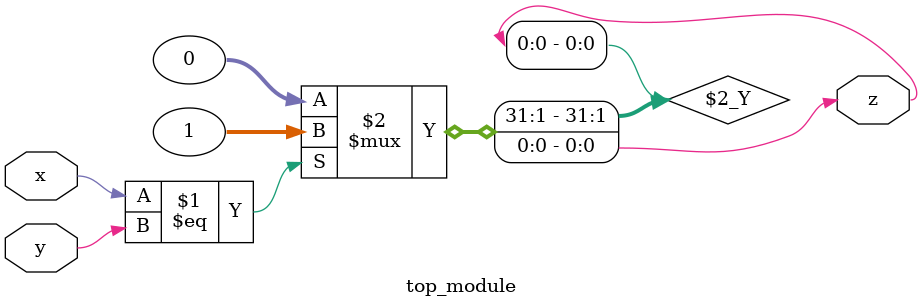
<source format=v>
module top_module ( input x, input y, output z );
    assign z= (x==y)? 1:0;
endmodule

</source>
